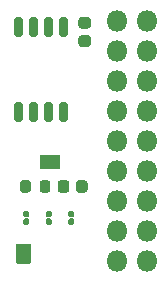
<source format=gbr>
G04 #@! TF.GenerationSoftware,KiCad,Pcbnew,5.1.7-a382d34a8~87~ubuntu18.04.1*
G04 #@! TF.CreationDate,2021-03-14T15:13:56-04:00*
G04 #@! TF.ProjectId,FLASH_MOD,464c4153-485f-44d4-9f44-2e6b69636164,0*
G04 #@! TF.SameCoordinates,Original*
G04 #@! TF.FileFunction,Soldermask,Bot*
G04 #@! TF.FilePolarity,Negative*
%FSLAX46Y46*%
G04 Gerber Fmt 4.6, Leading zero omitted, Abs format (unit mm)*
G04 Created by KiCad (PCBNEW 5.1.7-a382d34a8~87~ubuntu18.04.1) date 2021-03-14 15:13:56*
%MOMM*%
%LPD*%
G01*
G04 APERTURE LIST*
%ADD10O,1.801600X1.801600*%
G04 APERTURE END LIST*
D10*
G04 #@! TO.C,U101*
X218000000Y-67940000D03*
X215460000Y-67940000D03*
X218000000Y-70480000D03*
X215460000Y-70480000D03*
X218000000Y-73020000D03*
X215460000Y-73020000D03*
X218000000Y-75560000D03*
X215460000Y-75560000D03*
X218000000Y-78100000D03*
X215460000Y-78100000D03*
X218000000Y-80640000D03*
X215460000Y-80640000D03*
X218000000Y-83180000D03*
X215460000Y-83180000D03*
X218000000Y-85720000D03*
X215460000Y-85720000D03*
X218000000Y-88260000D03*
X215460000Y-88260000D03*
G04 #@! TD*
G04 #@! TO.C,TP1*
G36*
G01*
X210600000Y-80450800D02*
X209000000Y-80450800D01*
G75*
G02*
X208949200Y-80400000I0J50800D01*
G01*
X208949200Y-79300000D01*
G75*
G02*
X209000000Y-79249200I50800J0D01*
G01*
X210600000Y-79249200D01*
G75*
G02*
X210650800Y-79300000I0J-50800D01*
G01*
X210650800Y-80400000D01*
G75*
G02*
X210600000Y-80450800I-50800J0D01*
G01*
G37*
G04 #@! TD*
G04 #@! TO.C,TP2*
G36*
G01*
X206949200Y-88400000D02*
X206949200Y-86800000D01*
G75*
G02*
X207000000Y-86749200I50800J0D01*
G01*
X208100000Y-86749200D01*
G75*
G02*
X208150800Y-86800000I0J-50800D01*
G01*
X208150800Y-88400000D01*
G75*
G02*
X208100000Y-88450800I-50800J0D01*
G01*
X207000000Y-88450800D01*
G75*
G02*
X206949200Y-88400000I0J50800D01*
G01*
G37*
G04 #@! TD*
G04 #@! TO.C,C1*
G36*
G01*
X211983200Y-82190400D02*
X211983200Y-81639600D01*
G75*
G02*
X212233600Y-81389200I250400J0D01*
G01*
X212734400Y-81389200D01*
G75*
G02*
X212984800Y-81639600I0J-250400D01*
G01*
X212984800Y-82190400D01*
G75*
G02*
X212734400Y-82440800I-250400J0D01*
G01*
X212233600Y-82440800D01*
G75*
G02*
X211983200Y-82190400I0J250400D01*
G01*
G37*
G36*
G01*
X210433200Y-82190400D02*
X210433200Y-81639600D01*
G75*
G02*
X210683600Y-81389200I250400J0D01*
G01*
X211184400Y-81389200D01*
G75*
G02*
X211434800Y-81639600I0J-250400D01*
G01*
X211434800Y-82190400D01*
G75*
G02*
X211184400Y-82440800I-250400J0D01*
G01*
X210683600Y-82440800D01*
G75*
G02*
X210433200Y-82190400I0J250400D01*
G01*
G37*
G04 #@! TD*
G04 #@! TO.C,C2*
G36*
G01*
X212449600Y-67558200D02*
X213000400Y-67558200D01*
G75*
G02*
X213250800Y-67808600I0J-250400D01*
G01*
X213250800Y-68309400D01*
G75*
G02*
X213000400Y-68559800I-250400J0D01*
G01*
X212449600Y-68559800D01*
G75*
G02*
X212199200Y-68309400I0J250400D01*
G01*
X212199200Y-67808600D01*
G75*
G02*
X212449600Y-67558200I250400J0D01*
G01*
G37*
G36*
G01*
X212449600Y-69108200D02*
X213000400Y-69108200D01*
G75*
G02*
X213250800Y-69358600I0J-250400D01*
G01*
X213250800Y-69859400D01*
G75*
G02*
X213000400Y-70109800I-250400J0D01*
G01*
X212449600Y-70109800D01*
G75*
G02*
X212199200Y-69859400I0J250400D01*
G01*
X212199200Y-69358600D01*
G75*
G02*
X212449600Y-69108200I250400J0D01*
G01*
G37*
G04 #@! TD*
G04 #@! TO.C,JP1*
G36*
G01*
X209551600Y-83981200D02*
X209802400Y-83981200D01*
G75*
G02*
X209927800Y-84106600I0J-125400D01*
G01*
X209927800Y-84417400D01*
G75*
G02*
X209802400Y-84542800I-125400J0D01*
G01*
X209551600Y-84542800D01*
G75*
G02*
X209426200Y-84417400I0J125400D01*
G01*
X209426200Y-84106600D01*
G75*
G02*
X209551600Y-83981200I125400J0D01*
G01*
G37*
G36*
G01*
X209551600Y-84621200D02*
X209802400Y-84621200D01*
G75*
G02*
X209927800Y-84746600I0J-125400D01*
G01*
X209927800Y-85057400D01*
G75*
G02*
X209802400Y-85182800I-125400J0D01*
G01*
X209551600Y-85182800D01*
G75*
G02*
X209426200Y-85057400I0J125400D01*
G01*
X209426200Y-84746600D01*
G75*
G02*
X209551600Y-84621200I125400J0D01*
G01*
G37*
G04 #@! TD*
G04 #@! TO.C,JP2*
G36*
G01*
X211456600Y-84621200D02*
X211707400Y-84621200D01*
G75*
G02*
X211832800Y-84746600I0J-125400D01*
G01*
X211832800Y-85057400D01*
G75*
G02*
X211707400Y-85182800I-125400J0D01*
G01*
X211456600Y-85182800D01*
G75*
G02*
X211331200Y-85057400I0J125400D01*
G01*
X211331200Y-84746600D01*
G75*
G02*
X211456600Y-84621200I125400J0D01*
G01*
G37*
G36*
G01*
X211456600Y-83981200D02*
X211707400Y-83981200D01*
G75*
G02*
X211832800Y-84106600I0J-125400D01*
G01*
X211832800Y-84417400D01*
G75*
G02*
X211707400Y-84542800I-125400J0D01*
G01*
X211456600Y-84542800D01*
G75*
G02*
X211331200Y-84417400I0J125400D01*
G01*
X211331200Y-84106600D01*
G75*
G02*
X211456600Y-83981200I125400J0D01*
G01*
G37*
G04 #@! TD*
G04 #@! TO.C,JP3*
G36*
G01*
X207897400Y-85182800D02*
X207646600Y-85182800D01*
G75*
G02*
X207521200Y-85057400I0J125400D01*
G01*
X207521200Y-84746600D01*
G75*
G02*
X207646600Y-84621200I125400J0D01*
G01*
X207897400Y-84621200D01*
G75*
G02*
X208022800Y-84746600I0J-125400D01*
G01*
X208022800Y-85057400D01*
G75*
G02*
X207897400Y-85182800I-125400J0D01*
G01*
G37*
G36*
G01*
X207897400Y-84542800D02*
X207646600Y-84542800D01*
G75*
G02*
X207521200Y-84417400I0J125400D01*
G01*
X207521200Y-84106600D01*
G75*
G02*
X207646600Y-83981200I125400J0D01*
G01*
X207897400Y-83981200D01*
G75*
G02*
X208022800Y-84106600I0J-125400D01*
G01*
X208022800Y-84417400D01*
G75*
G02*
X207897400Y-84542800I-125400J0D01*
G01*
G37*
G04 #@! TD*
G04 #@! TO.C,R1*
G36*
G01*
X207258200Y-82215400D02*
X207258200Y-81614600D01*
G75*
G02*
X207483600Y-81389200I225400J0D01*
G01*
X207934400Y-81389200D01*
G75*
G02*
X208159800Y-81614600I0J-225400D01*
G01*
X208159800Y-82215400D01*
G75*
G02*
X207934400Y-82440800I-225400J0D01*
G01*
X207483600Y-82440800D01*
G75*
G02*
X207258200Y-82215400I0J225400D01*
G01*
G37*
G36*
G01*
X208908200Y-82215400D02*
X208908200Y-81614600D01*
G75*
G02*
X209133600Y-81389200I225400J0D01*
G01*
X209584400Y-81389200D01*
G75*
G02*
X209809800Y-81614600I0J-225400D01*
G01*
X209809800Y-82215400D01*
G75*
G02*
X209584400Y-82440800I-225400J0D01*
G01*
X209133600Y-82440800D01*
G75*
G02*
X208908200Y-82215400I0J225400D01*
G01*
G37*
G04 #@! TD*
G04 #@! TO.C,U1*
G36*
G01*
X211122400Y-76459800D02*
X210771600Y-76459800D01*
G75*
G02*
X210596200Y-76284400I0J175400D01*
G01*
X210596200Y-74933600D01*
G75*
G02*
X210771600Y-74758200I175400J0D01*
G01*
X211122400Y-74758200D01*
G75*
G02*
X211297800Y-74933600I0J-175400D01*
G01*
X211297800Y-76284400D01*
G75*
G02*
X211122400Y-76459800I-175400J0D01*
G01*
G37*
G36*
G01*
X209852400Y-76459800D02*
X209501600Y-76459800D01*
G75*
G02*
X209326200Y-76284400I0J175400D01*
G01*
X209326200Y-74933600D01*
G75*
G02*
X209501600Y-74758200I175400J0D01*
G01*
X209852400Y-74758200D01*
G75*
G02*
X210027800Y-74933600I0J-175400D01*
G01*
X210027800Y-76284400D01*
G75*
G02*
X209852400Y-76459800I-175400J0D01*
G01*
G37*
G36*
G01*
X208582400Y-76459800D02*
X208231600Y-76459800D01*
G75*
G02*
X208056200Y-76284400I0J175400D01*
G01*
X208056200Y-74933600D01*
G75*
G02*
X208231600Y-74758200I175400J0D01*
G01*
X208582400Y-74758200D01*
G75*
G02*
X208757800Y-74933600I0J-175400D01*
G01*
X208757800Y-76284400D01*
G75*
G02*
X208582400Y-76459800I-175400J0D01*
G01*
G37*
G36*
G01*
X207312400Y-76459800D02*
X206961600Y-76459800D01*
G75*
G02*
X206786200Y-76284400I0J175400D01*
G01*
X206786200Y-74933600D01*
G75*
G02*
X206961600Y-74758200I175400J0D01*
G01*
X207312400Y-74758200D01*
G75*
G02*
X207487800Y-74933600I0J-175400D01*
G01*
X207487800Y-76284400D01*
G75*
G02*
X207312400Y-76459800I-175400J0D01*
G01*
G37*
G36*
G01*
X207312400Y-69259800D02*
X206961600Y-69259800D01*
G75*
G02*
X206786200Y-69084400I0J175400D01*
G01*
X206786200Y-67733600D01*
G75*
G02*
X206961600Y-67558200I175400J0D01*
G01*
X207312400Y-67558200D01*
G75*
G02*
X207487800Y-67733600I0J-175400D01*
G01*
X207487800Y-69084400D01*
G75*
G02*
X207312400Y-69259800I-175400J0D01*
G01*
G37*
G36*
G01*
X208582400Y-69259800D02*
X208231600Y-69259800D01*
G75*
G02*
X208056200Y-69084400I0J175400D01*
G01*
X208056200Y-67733600D01*
G75*
G02*
X208231600Y-67558200I175400J0D01*
G01*
X208582400Y-67558200D01*
G75*
G02*
X208757800Y-67733600I0J-175400D01*
G01*
X208757800Y-69084400D01*
G75*
G02*
X208582400Y-69259800I-175400J0D01*
G01*
G37*
G36*
G01*
X209852400Y-69259800D02*
X209501600Y-69259800D01*
G75*
G02*
X209326200Y-69084400I0J175400D01*
G01*
X209326200Y-67733600D01*
G75*
G02*
X209501600Y-67558200I175400J0D01*
G01*
X209852400Y-67558200D01*
G75*
G02*
X210027800Y-67733600I0J-175400D01*
G01*
X210027800Y-69084400D01*
G75*
G02*
X209852400Y-69259800I-175400J0D01*
G01*
G37*
G36*
G01*
X211122400Y-69259800D02*
X210771600Y-69259800D01*
G75*
G02*
X210596200Y-69084400I0J175400D01*
G01*
X210596200Y-67733600D01*
G75*
G02*
X210771600Y-67558200I175400J0D01*
G01*
X211122400Y-67558200D01*
G75*
G02*
X211297800Y-67733600I0J-175400D01*
G01*
X211297800Y-69084400D01*
G75*
G02*
X211122400Y-69259800I-175400J0D01*
G01*
G37*
G04 #@! TD*
M02*

</source>
